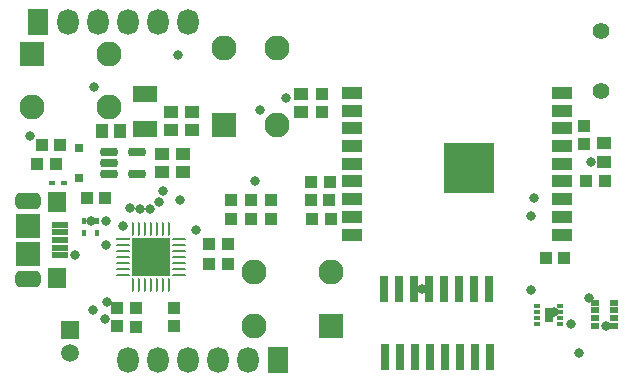
<source format=gts>
G04*
G04 #@! TF.GenerationSoftware,Altium Limited,Altium Designer,20.2.4 (192)*
G04*
G04 Layer_Color=8388736*
%FSLAX44Y44*%
%MOMM*%
G71*
G04*
G04 #@! TF.SameCoordinates,04E9AB2E-1989-4D7A-88AA-1D4CDCA67D46*
G04*
G04*
G04 #@! TF.FilePolarity,Negative*
G04*
G01*
G75*
G04:AMPARAMS|DCode=23|XSize=0.2425mm|YSize=1.1596mm|CornerRadius=0.1212mm|HoleSize=0mm|Usage=FLASHONLY|Rotation=0.000|XOffset=0mm|YOffset=0mm|HoleType=Round|Shape=RoundedRectangle|*
%AMROUNDEDRECTD23*
21,1,0.2425,0.9172,0,0,0.0*
21,1,0.0000,1.1596,0,0,0.0*
1,1,0.2425,0.0000,-0.4586*
1,1,0.2425,0.0000,-0.4586*
1,1,0.2425,0.0000,0.4586*
1,1,0.2425,0.0000,0.4586*
%
%ADD23ROUNDEDRECTD23*%
G04:AMPARAMS|DCode=24|XSize=1.1596mm|YSize=0.2425mm|CornerRadius=0.1212mm|HoleSize=0mm|Usage=FLASHONLY|Rotation=0.000|XOffset=0mm|YOffset=0mm|HoleType=Round|Shape=RoundedRectangle|*
%AMROUNDEDRECTD24*
21,1,1.1596,0.0000,0,0,0.0*
21,1,0.9172,0.2425,0,0,0.0*
1,1,0.2425,0.4586,0.0000*
1,1,0.2425,-0.4586,0.0000*
1,1,0.2425,-0.4586,0.0000*
1,1,0.2425,0.4586,0.0000*
%
%ADD24ROUNDEDRECTD24*%
%ADD25R,1.1596X0.2425*%
%ADD40R,1.4500X0.5000*%
%ADD41R,1.6032X1.8032*%
%ADD42R,2.1032X2.1032*%
%ADD43R,0.7032X0.5532*%
%ADD44R,3.2500X3.2500*%
G04:AMPARAMS|DCode=45|XSize=1.4432mm|YSize=0.7532mm|CornerRadius=0.2391mm|HoleSize=0mm|Usage=FLASHONLY|Rotation=0.000|XOffset=0mm|YOffset=0mm|HoleType=Round|Shape=RoundedRectangle|*
%AMROUNDEDRECTD45*
21,1,1.4432,0.2750,0,0,0.0*
21,1,0.9650,0.7532,0,0,0.0*
1,1,0.4782,0.4825,-0.1375*
1,1,0.4782,-0.4825,-0.1375*
1,1,0.4782,-0.4825,0.1375*
1,1,0.4782,0.4825,0.1375*
%
%ADD45ROUNDEDRECTD45*%
%ADD46R,0.7332X2.1832*%
%ADD47R,0.5532X0.4532*%
%ADD48R,0.7272X1.2032*%
%ADD49R,1.6882X1.1032*%
%ADD50R,4.2032X4.2032*%
%ADD51R,1.0732X1.1332*%
%ADD52R,1.1332X1.0732*%
%ADD53R,0.3782X0.5032*%
%ADD54R,0.5032X0.3782*%
%ADD55R,1.0032X1.0032*%
%ADD56R,0.7620X0.7874*%
%ADD57R,1.0032X1.0032*%
%ADD58R,1.1232X1.1732*%
%ADD59R,2.0232X1.3632*%
%ADD60R,1.1732X1.1232*%
G04:AMPARAMS|DCode=61|XSize=2.2032mm|YSize=1.4032mm|CornerRadius=0.4616mm|HoleSize=0mm|Usage=FLASHONLY|Rotation=0.000|XOffset=0mm|YOffset=0mm|HoleType=Round|Shape=RoundedRectangle|*
%AMROUNDEDRECTD61*
21,1,2.2032,0.4800,0,0,0.0*
21,1,1.2800,1.4032,0,0,0.0*
1,1,0.9232,0.6400,-0.2400*
1,1,0.9232,-0.6400,-0.2400*
1,1,0.9232,-0.6400,0.2400*
1,1,0.9232,0.6400,0.2400*
%
%ADD61ROUNDEDRECTD61*%
%ADD62C,2.1032*%
%ADD63R,2.1032X2.1032*%
%ADD64C,1.4032*%
%ADD65R,1.8032X2.2032*%
%ADD66O,1.8032X2.2032*%
%ADD67C,1.5112*%
%ADD68R,1.5112X1.5112*%
%ADD69C,0.8032*%
D23*
X104012Y131699D02*
D03*
X109012D02*
D03*
X114012D02*
D03*
X119013D02*
D03*
X124012D02*
D03*
X129013D02*
D03*
X134012D02*
D03*
Y84174D02*
D03*
X129013D02*
D03*
X124012D02*
D03*
X119013D02*
D03*
X114012D02*
D03*
X109012D02*
D03*
X104012D02*
D03*
D24*
X142775Y122936D02*
D03*
Y117936D02*
D03*
Y112936D02*
D03*
Y107936D02*
D03*
Y102936D02*
D03*
Y97936D02*
D03*
Y92936D02*
D03*
X95250D02*
D03*
Y97936D02*
D03*
Y102936D02*
D03*
Y107936D02*
D03*
Y112936D02*
D03*
Y117936D02*
D03*
D25*
Y122936D02*
D03*
D40*
X41990Y135366D02*
D03*
Y128866D02*
D03*
Y122366D02*
D03*
Y115866D02*
D03*
Y109366D02*
D03*
D41*
X39740Y154366D02*
D03*
Y90366D02*
D03*
D42*
X15240Y134366D02*
D03*
Y110366D02*
D03*
X180700Y219468D02*
D03*
D43*
X510920Y49686D02*
D03*
X494920D02*
D03*
Y69186D02*
D03*
X510920D02*
D03*
Y56186D02*
D03*
X494920D02*
D03*
X510920Y62686D02*
D03*
X494920D02*
D03*
D44*
X119013Y107936D02*
D03*
D45*
X83400Y197206D02*
D03*
Y187706D02*
D03*
Y178206D02*
D03*
X107100D02*
D03*
Y197206D02*
D03*
D46*
X317246Y23114D02*
D03*
X329946D02*
D03*
X342646D02*
D03*
X355346D02*
D03*
X368046D02*
D03*
X380746D02*
D03*
X393446D02*
D03*
X406146D02*
D03*
X316738Y81254D02*
D03*
X329438D02*
D03*
X342138D02*
D03*
X354838D02*
D03*
X367538D02*
D03*
X380238D02*
D03*
X392938D02*
D03*
X405638D02*
D03*
D47*
X446278Y66040D02*
D03*
Y61040D02*
D03*
Y56040D02*
D03*
Y51040D02*
D03*
X465066D02*
D03*
Y56040D02*
D03*
Y61040D02*
D03*
Y66040D02*
D03*
D48*
X455930Y58928D02*
D03*
D49*
X289535Y246866D02*
D03*
Y231866D02*
D03*
Y216866D02*
D03*
Y201866D02*
D03*
Y186866D02*
D03*
Y171866D02*
D03*
Y156866D02*
D03*
Y141866D02*
D03*
Y126866D02*
D03*
X467385D02*
D03*
Y141866D02*
D03*
Y156866D02*
D03*
Y171866D02*
D03*
Y186866D02*
D03*
Y201866D02*
D03*
Y216866D02*
D03*
Y231866D02*
D03*
Y246866D02*
D03*
D50*
X388460Y182866D02*
D03*
D51*
X168222Y102362D02*
D03*
X183822D02*
D03*
X168476Y118618D02*
D03*
X184076D02*
D03*
X80190Y157988D02*
D03*
X64590D02*
D03*
X26490Y202692D02*
D03*
X42090D02*
D03*
X271198Y139954D02*
D03*
X255598D02*
D03*
X269928Y156464D02*
D03*
X254328D02*
D03*
X270436Y171704D02*
D03*
X254836D02*
D03*
X503354Y172212D02*
D03*
X487754D02*
D03*
X453210Y106680D02*
D03*
X468810D02*
D03*
D52*
X106426Y48842D02*
D03*
Y64442D02*
D03*
X90678Y49096D02*
D03*
Y64696D02*
D03*
X138684D02*
D03*
Y49096D02*
D03*
X485902Y203274D02*
D03*
Y218874D02*
D03*
X264160Y230452D02*
D03*
Y246052D02*
D03*
D53*
X73660Y128426D02*
D03*
Y138176D02*
D03*
X62230Y128426D02*
D03*
Y138176D02*
D03*
D54*
X45261Y170942D02*
D03*
X35511D02*
D03*
D55*
X203962Y155828D02*
D03*
Y139828D02*
D03*
X186690Y155828D02*
D03*
Y139828D02*
D03*
X220980Y155828D02*
D03*
Y139828D02*
D03*
D56*
X58420Y199898D02*
D03*
Y175006D02*
D03*
D57*
X22734Y186690D02*
D03*
X38734D02*
D03*
D58*
X92840Y214376D02*
D03*
X77340D02*
D03*
D59*
X114300Y216136D02*
D03*
Y245636D02*
D03*
D60*
X135890Y231016D02*
D03*
Y215516D02*
D03*
X153670Y231016D02*
D03*
Y215516D02*
D03*
X146050Y179956D02*
D03*
Y195456D02*
D03*
X128270Y179956D02*
D03*
Y195456D02*
D03*
X502920Y188592D02*
D03*
Y204092D02*
D03*
X246126Y246256D02*
D03*
Y230756D02*
D03*
D61*
X15240Y155366D02*
D03*
Y89366D02*
D03*
D62*
X271260Y94890D02*
D03*
X206260D02*
D03*
Y49890D02*
D03*
X18300Y234802D02*
D03*
X83300D02*
D03*
Y279802D02*
D03*
X225700Y219468D02*
D03*
Y284468D02*
D03*
X180700D02*
D03*
D63*
X271260Y49890D02*
D03*
X18300Y279802D02*
D03*
D64*
X500126Y248666D02*
D03*
Y299466D02*
D03*
D65*
X23114Y307086D02*
D03*
X226314Y20828D02*
D03*
D66*
X48514Y307086D02*
D03*
X73914D02*
D03*
X99314D02*
D03*
X124714D02*
D03*
X150114D02*
D03*
X200914Y20828D02*
D03*
X175514D02*
D03*
X150114D02*
D03*
X124714D02*
D03*
X99314D02*
D03*
D67*
X50800Y26482D02*
D03*
D68*
Y46482D02*
D03*
D69*
X70612Y252222D02*
D03*
X233172Y242570D02*
D03*
X211595Y232710D02*
D03*
X16256Y210312D02*
D03*
X54356Y109220D02*
D03*
X67945Y138176D02*
D03*
X81445Y69939D02*
D03*
X70104Y62713D02*
D03*
X141954Y279114D02*
D03*
X81116Y138086D02*
D03*
X81026Y118364D02*
D03*
X207010Y172212D02*
D03*
X481838Y26416D02*
D03*
X474980Y51308D02*
D03*
X504698Y49501D02*
D03*
X80264Y55372D02*
D03*
X489712Y72898D02*
D03*
X460558Y61040D02*
D03*
X348488Y81254D02*
D03*
X388460Y182866D02*
D03*
X491236Y188468D02*
D03*
X440944Y79756D02*
D03*
X112522Y102870D02*
D03*
X443484Y157734D02*
D03*
X126149Y154257D02*
D03*
X143460Y156464D02*
D03*
X129242Y164127D02*
D03*
X118364Y148908D02*
D03*
X109908Y148940D02*
D03*
X95163Y133774D02*
D03*
X440944Y142240D02*
D03*
X101471Y149098D02*
D03*
X156972Y131064D02*
D03*
M02*

</source>
